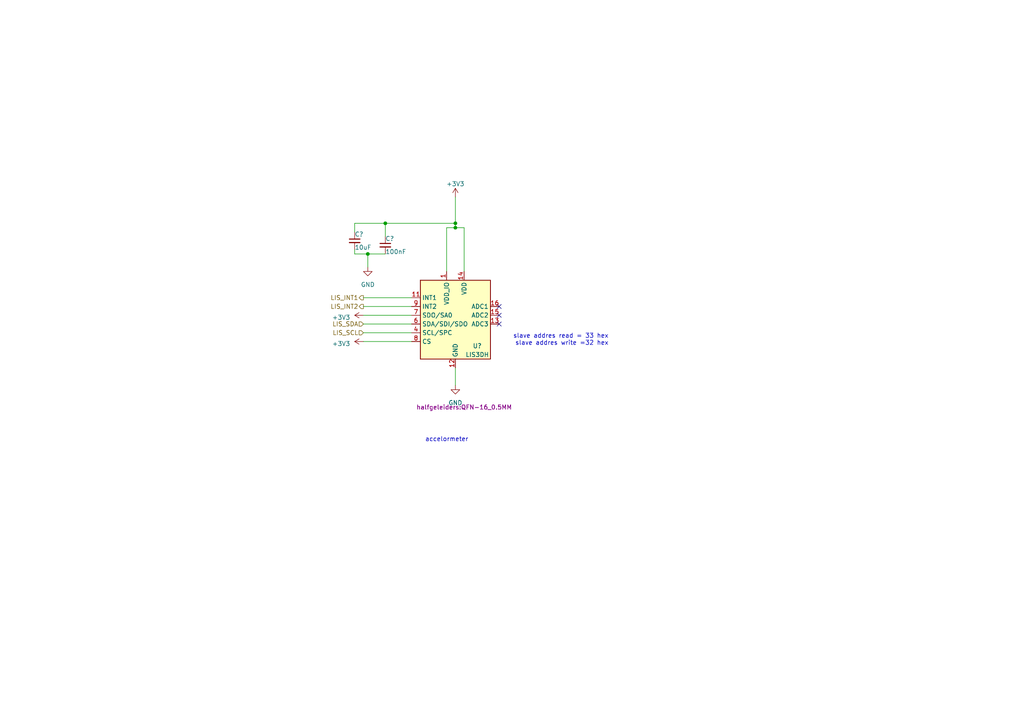
<source format=kicad_sch>
(kicad_sch (version 20210621) (generator eeschema)
  (paper "A4")
  (lib_symbols
    (symbol "Device:C_Small" (pin_numbers hide) (pin_names (offset 0.254) hide)
      (property "Reference" "C" (at 0.254 1.778 0))
      (property "Value" "C_Small" (at 0.254 -2.032 0))
      (symbol "C_Small_0_1"
        (polyline (pts (xy -1.524 -0.508) (xy 1.524 -0.508)) (stroke (width 0.3302)))
        (polyline (pts (xy -1.524 0.508) (xy 1.524 0.508)) (stroke (width 0.3048)))
      )
      (symbol "C_Small_1_1"
        (pin passive line (at 0 2.54 270) (length 2.032) (name "~") (number "1"))
        (pin passive line (at 0 -2.54 90) (length 2.032) (name "~") (number "2"))
      )
    )
    (symbol "Sensor_Motion:LIS3DH"
      (property "Reference" "U" (at -7.62 11.43 0))
      (property "Value" "LIS3DH" (at 6.35 11.43 0))
      (symbol "LIS3DH_0_1"
        (rectangle (start -10.16 10.16) (end 10.16 -12.7) (stroke (width 0.254)) (fill (type background)))
      )
      (symbol "LIS3DH_1_1"
        (pin power_in line (at -2.54 12.7 270) (length 2.54) (name "VDD_IO") (number "1"))
        (pin passive line (at 0 -15.24 90) (length 2.54) hide (name "GND") (number "10"))
        (pin output line (at -12.7 5.08 0) (length 2.54) (name "INT1") (number "11"))
        (pin power_in line (at 0 -15.24 90) (length 2.54) (name "GND") (number "12"))
        (pin input line (at 12.7 -2.54 180) (length 2.54) (name "ADC3") (number "13"))
        (pin power_in line (at 2.54 12.7 270) (length 2.54) (name "VDD") (number "14"))
        (pin input line (at 12.7 0 180) (length 2.54) (name "ADC2") (number "15"))
        (pin input line (at 12.7 2.54 180) (length 2.54) (name "ADC1") (number "16"))
        (pin no_connect line (at 10.16 5.08 180) (length 2.54) hide (name "NC") (number "2"))
        (pin no_connect line (at 10.16 7.62 180) (length 2.54) hide (name "NC") (number "3"))
        (pin input line (at -12.7 -5.08 0) (length 2.54) (name "SCL/SPC") (number "4"))
        (pin passive line (at 0 -15.24 90) (length 2.54) hide (name "GND") (number "5"))
        (pin bidirectional line (at -12.7 -2.54 0) (length 2.54) (name "SDA/SDI/SDO") (number "6"))
        (pin bidirectional line (at -12.7 0 0) (length 2.54) (name "SDO/SA0") (number "7"))
        (pin input line (at -12.7 -7.62 0) (length 2.54) (name "CS") (number "8"))
        (pin output line (at -12.7 2.54 0) (length 2.54) (name "INT2") (number "9"))
      )
    )
    (symbol "power:+3V3" (power) (pin_names (offset 0))
      (property "Value" "+3V3" (at 0 3.556 0))
      (symbol "+3V3_0_1"
        (polyline (pts (xy -0.762 1.27) (xy 0 2.54)))
        (polyline (pts (xy 0 0) (xy 0 2.54)))
        (polyline (pts (xy 0 2.54) (xy 0.762 1.27)))
      )
      (symbol "+3V3_1_1"
        (pin power_in line (at 0 0 90) (length 0) hide (name "+3V3") (number "1"))
      )
    )
    (symbol "power:GND" (power) (pin_names (offset 0))
      (property "Value" "GND" (at 0 -3.81 0))
      (symbol "GND_0_1"
        (polyline (pts (xy 0 0) (xy 0 -1.27) (xy 1.27 -1.27) (xy 0 -2.54) (xy -1.27 -1.27) (xy 0 -1.27)))
      )
      (symbol "GND_1_1"
        (pin power_in line (at 0 0 270) (length 0) hide (name "GND") (number "1"))
      )
    )
  )
  (junction (at 111.76 64.77) (diameter 0.9144))
  (junction (at 106.68 73.66) (diameter 0.9144))
  (junction (at 132.08 64.77) (diameter 0.9144))
  (junction (at 132.08 66.04) (diameter 0.9144))
  (no_connect (at 144.78 91.44))
  (no_connect (at 144.78 93.98))
  (no_connect (at 144.78 88.9))
  (wire (pts (xy 105.41 86.36) (xy 119.38 86.36)))
  (wire (pts (xy 129.54 66.04) (xy 132.08 66.04)))
  (wire (pts (xy 132.08 66.04) (xy 134.62 66.04)))
  (wire (pts (xy 111.76 64.77) (xy 132.08 64.77)))
  (wire (pts (xy 102.87 72.39) (xy 102.87 73.66)))
  (wire (pts (xy 105.41 88.9) (xy 119.38 88.9)))
  (wire (pts (xy 102.87 73.66) (xy 106.68 73.66)))
  (wire (pts (xy 102.87 64.77) (xy 102.87 67.31)))
  (wire (pts (xy 105.41 91.44) (xy 119.38 91.44)))
  (wire (pts (xy 105.41 93.98) (xy 119.38 93.98)))
  (wire (pts (xy 102.87 64.77) (xy 111.76 64.77)))
  (wire (pts (xy 105.41 96.52) (xy 119.38 96.52)))
  (wire (pts (xy 132.08 106.68) (xy 132.08 111.76)))
  (wire (pts (xy 132.08 57.15) (xy 132.08 64.77)))
  (wire (pts (xy 106.68 77.47) (xy 106.68 73.66)))
  (wire (pts (xy 105.41 99.06) (xy 119.38 99.06)))
  (wire (pts (xy 134.62 66.04) (xy 134.62 78.74)))
  (wire (pts (xy 132.08 64.77) (xy 132.08 66.04)))
  (wire (pts (xy 111.76 64.77) (xy 111.76 68.58)))
  (wire (pts (xy 129.54 78.74) (xy 129.54 66.04)))
  (wire (pts (xy 106.68 73.66) (xy 111.76 73.66)))
  (text "slave addres read = 33 hex\nslave addres write =32 hex" (at 176.53 100.33 0) (effects (font (size 1.27 1.27)) (justify right bottom)))
  (text "accelormeter\n" (at 135.89 128.27 180) (effects (font (size 1.27 1.27)) (justify right bottom)))
  (hierarchical_label "LIS_INT1" (shape output) (at 105.41 86.36 180))
  (hierarchical_label "LIS_SCL" (shape input) (at 105.41 96.52 180))
  (hierarchical_label "LIS_SDA" (shape input) (at 105.41 93.98 180))
  (hierarchical_label "LIS_INT2" (shape output) (at 105.41 88.9 180))
  (symbol (lib_id "power:GND") (at 132.08 111.76 0) (unit 1)
    (property "Reference" "#PWR?" (effects hide))
    (property "Value" "GND" (at 132.08 116.84 0))
  )
  (symbol (lib_id "Device:C_Small") (at 102.87 69.85 0) (unit 1)
    (property "Reference" "C?" (at 102.87 67.9449 0) (effects (justify left)))
    (property "Value" "10uF" (at 102.87 71.7549 0) (effects (justify left)))
    (property "Footprint" "vanalles:0603" (effects hide))
  )
  (symbol (lib_id "power:+3V3") (at 132.08 57.15 0) (unit 1)
    (property "Reference" "#PWR?" (effects hide))
    (property "Value" "+3V3" (at 132.08 53.34 0))
  )
  (symbol (lib_id "power:GND") (at 106.68 77.47 0) (unit 1)
    (property "Reference" "#PWR?" (effects hide))
    (property "Value" "GND" (at 106.68 82.55 0))
  )
  (symbol (lib_id "Sensor_Motion:LIS3DH") (at 132.08 91.44 0) (unit 1)
    (property "Reference" "U?" (at 138.43 100.33 0))
    (property "Value" "LIS3DH" (at 138.43 102.87 0))
    (property "Footprint" "halfgeleiders:QFN-16_0.5MM" (at 134.62 118.11 0))
    (property "Datasheet" "https://www.st.com/resource/en/datasheet/cd00274221.pdf" (effects hide))
  )
  (symbol (lib_id "power:+3V3") (at 105.41 91.44 90) (unit 1)
    (property "Reference" "#PWR?" (effects hide))
    (property "Value" "+3V3" (at 101.6 92.0749 90) (effects (justify left)))
  )
  (symbol (lib_id "power:+3V3") (at 105.41 99.06 90) (unit 1)
    (property "Reference" "#PWR?" (effects hide))
    (property "Value" "+3V3" (at 101.6 99.6949 90) (effects (justify left)))
  )
  (symbol (lib_id "Device:C_Small") (at 111.76 71.12 0) (unit 1)
    (property "Reference" "C?" (at 111.76 69.2149 0) (effects (justify left)))
    (property "Value" "100nF" (at 111.76 73.0249 0) (effects (justify left)))
    (property "Footprint" "vanalles:0603" (effects hide))
  )
)
</source>
